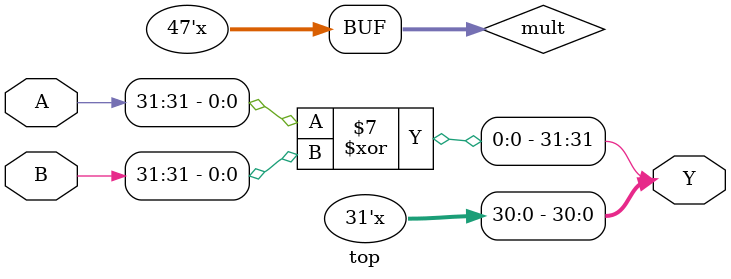
<source format=v>
module top(A,B,Y);

input [31:0] A, B;
output [31:0] Y;
reg [31:0] Y;
reg [46:0] mult;
reg ms;
reg [23:0] amant, bmant;


always @ (A,B) begin
	if(A[30:0] == 0 | B[30:0] == 0) begin          //if A or B are +/- 0. Assign exp and mant bits to represent zero
		Y[30:0] = 0;
	end
	else begin                                     //otherwise calculate exponent and mantissa
		amant = {1'b1, A[22:0]};
		bmant = {1'b1, B[22:0]};                
		Y[30:23] = A[30:23] -8'b01111111 + B[30:23];
	end
	Y[31] = A[31] ^ B[31];                         //no matter what, calculate the sign
end

always @ (amant | bmant) begin
    {ms,mult} = amant * bmant;
end

always @ (ms | mult) begin
    if(ms == 1) begin
        {ms,mult}={1'b0,ms,mult[46:1]};
        Y[30:23] = Y[30:23]+1;
    end
    else begin
        Y[22:0] = mult[45:23];
    end
end
endmodule
</source>
